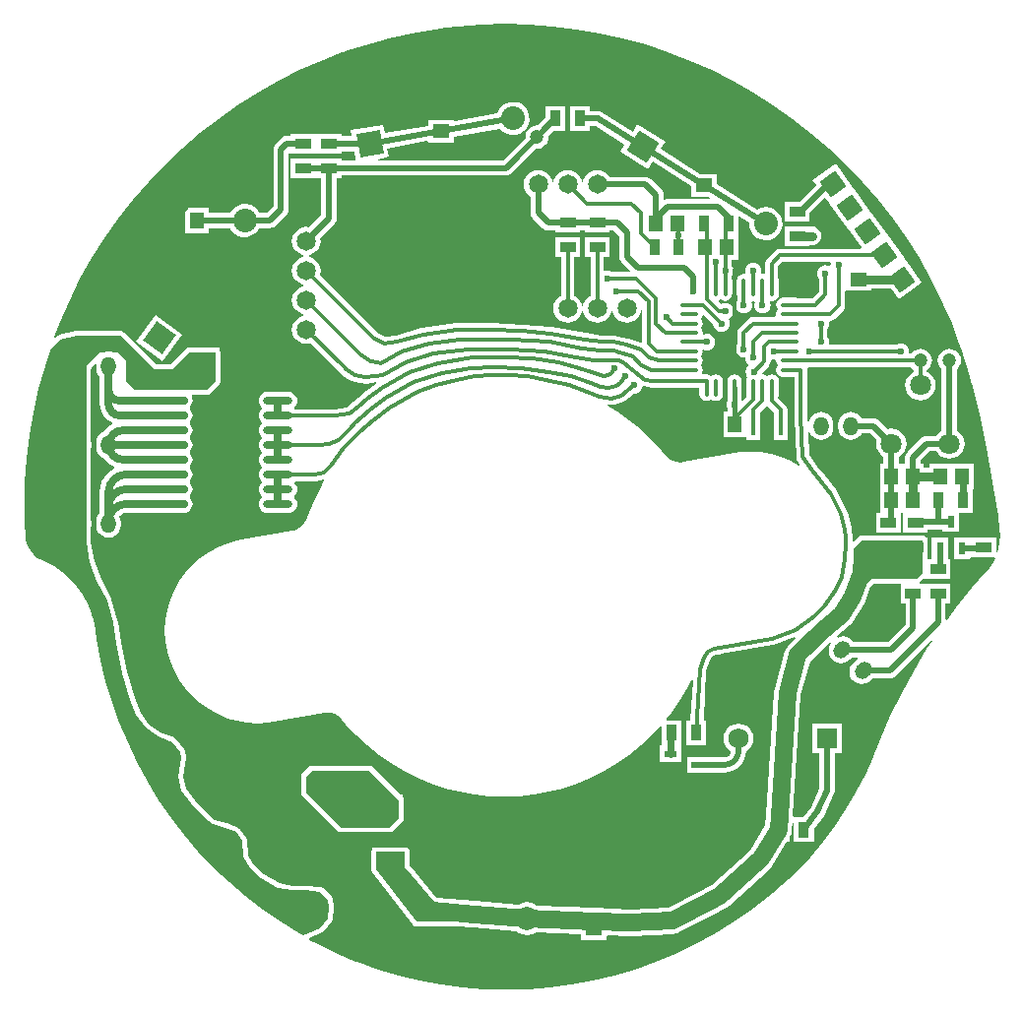
<source format=gtl>
G04 Layer_Physical_Order=1*
G04 Layer_Color=255*
%FSTAX24Y24*%
%MOIN*%
G70*
G01*
G75*
%ADD10C,0.0354*%
%ADD11C,0.0197*%
%ADD12C,0.0276*%
%ADD13C,0.0118*%
%ADD14R,0.0453X0.0551*%
%ADD15R,0.0532X0.0354*%
%ADD16R,0.0354X0.0532*%
%ADD17R,0.0551X0.0453*%
%ADD18O,0.0984X0.0276*%
%ADD19R,0.0157X0.0748*%
%ADD20O,0.0591X0.0157*%
%ADD21O,0.0157X0.0591*%
%ADD22C,0.0472*%
%ADD23R,0.0394X0.0236*%
%ADD24R,0.2362X0.2205*%
%ADD25R,0.0709X0.0394*%
%ADD26R,0.0236X0.0394*%
%ADD27C,0.0591*%
%ADD28C,0.0157*%
%ADD29C,0.0217*%
%ADD30C,0.0315*%
%ADD31C,0.0236*%
%ADD32C,0.0394*%
%ADD33O,0.0512X0.0630*%
G04:AMPARAMS|DCode=34|XSize=63mil|YSize=51.2mil|CornerRadius=0mil|HoleSize=0mil|Usage=FLASHONLY|Rotation=45.000|XOffset=0mil|YOffset=0mil|HoleType=Round|Shape=Round|*
%AMOVALD34*
21,1,0.0118,0.0512,0.0000,0.0000,45.0*
1,1,0.0512,-0.0042,-0.0042*
1,1,0.0512,0.0042,0.0042*
%
%ADD34OVALD34*%

G04:AMPARAMS|DCode=35|XSize=63mil|YSize=51.2mil|CornerRadius=0mil|HoleSize=0mil|Usage=FLASHONLY|Rotation=315.000|XOffset=0mil|YOffset=0mil|HoleType=Round|Shape=Round|*
%AMOVALD35*
21,1,0.0118,0.0512,0.0000,0.0000,315.0*
1,1,0.0512,-0.0042,0.0042*
1,1,0.0512,0.0042,-0.0042*
%
%ADD35OVALD35*%

%ADD36C,0.0650*%
%ADD37C,0.1575*%
%ADD38P,0.0919X4X81.0*%
%ADD39C,0.0709*%
%ADD40P,0.1131X4X325.0*%
%ADD41C,0.0800*%
%ADD42P,0.1131X4X283.0*%
%ADD43P,0.1131X4X369.0*%
%ADD44C,0.3150*%
%ADD45C,0.0787*%
%ADD46R,0.0689X0.0689*%
%ADD47C,0.0689*%
%ADD48C,0.0236*%
%ADD49C,0.0394*%
G36*
X184164Y161171D02*
X184963Y161113D01*
X185759Y161014D01*
X186548Y160877D01*
X18733Y160702D01*
X188103Y160488D01*
X188864Y160237D01*
X189612Y159948D01*
X190345Y159623D01*
X191061Y159263D01*
X191758Y158868D01*
X192435Y158439D01*
X193091Y157977D01*
X193723Y157484D01*
X194329Y156961D01*
X19491Y156408D01*
X195463Y155827D01*
X195986Y155221D01*
X196479Y154589D01*
X196941Y153933D01*
X19737Y153256D01*
X197765Y152559D01*
X198125Y151843D01*
X198289Y151474D01*
X198289Y151474D01*
X198442Y151129D01*
X198731Y15038D01*
X198849Y150023D01*
X198849Y150023D01*
X198864Y149976D01*
X198984Y149612D01*
X199121Y149118D01*
X199134Y149072D01*
X199149Y149024D01*
X199412Y147977D01*
X199659Y146833D01*
X199868Y145681D01*
X20004Y144523D01*
X200093Y144064D01*
X200093D01*
X200095Y144062D01*
X200109Y143854D01*
X200094Y143621D01*
X200048Y143392D01*
X200019Y143306D01*
X199969Y143315D01*
Y14381D01*
X199122D01*
Y14381D01*
X199093Y143789D01*
X198542D01*
Y14308D01*
X199093D01*
Y143103D01*
X199122Y143141D01*
X199911D01*
X199937Y143099D01*
X19987Y142962D01*
X19974Y142768D01*
X199644Y142659D01*
X199646Y142657D01*
X199157Y142099D01*
X198619Y141429D01*
X198309Y141006D01*
X198262Y141022D01*
Y141563D01*
X198427D01*
Y142232D01*
X19739D01*
X197375Y142282D01*
X197396Y142296D01*
X197396Y142296D01*
X19749Y14239D01*
X198427D01*
Y143059D01*
X198386D01*
X198345Y14308D01*
Y143789D01*
X197794D01*
Y14308D01*
X197753Y143059D01*
X19764D01*
Y143141D01*
X197665D01*
Y14381D01*
X197609D01*
X197601Y143822D01*
X197549Y143857D01*
X197488Y143869D01*
X197488Y143869D01*
X195432D01*
X195432Y143869D01*
X19537Y143857D01*
X195318Y143822D01*
X195318Y143822D01*
X195161Y143665D01*
X195115Y143685D01*
Y143787D01*
X195113Y143799D01*
X195114Y143812D01*
X195083Y144091D01*
X195078Y144106D01*
X195077Y144122D01*
X194937Y144669D01*
X194927Y14469D01*
X19492Y144713D01*
X194585Y145382D01*
X19457Y145401D01*
X19456Y145421D01*
X19407Y146032D01*
X194064Y146036D01*
X194061Y146043D01*
X19391Y146207D01*
X193642Y146597D01*
X193609Y147373D01*
X193658Y147384D01*
X193686Y147317D01*
X193753Y14723D01*
X193839Y147164D01*
X193939Y147123D01*
X194047Y147108D01*
X194155Y147123D01*
X194256Y147164D01*
X194342Y14723D01*
X194408Y147317D01*
X19445Y147417D01*
X194464Y147525D01*
Y147643D01*
X19445Y147751D01*
X194408Y147852D01*
X194342Y147938D01*
X194256Y148004D01*
X194155Y148046D01*
X194047Y14806D01*
X193939Y148046D01*
X193839Y148004D01*
X193753Y147938D01*
X193686Y147852D01*
X193645Y147751D01*
X193643Y147741D01*
X193593Y147743D01*
X193585Y147926D01*
Y149476D01*
X193577Y14952D01*
X193618Y14957D01*
X19708D01*
X197126Y14951D01*
X197186Y149464D01*
Y149417D01*
X197149Y149401D01*
X197042Y149319D01*
X19696Y149212D01*
X196909Y149088D01*
X196891Y148954D01*
X196909Y148821D01*
X19696Y148696D01*
X197042Y148589D01*
X197149Y148507D01*
X197274Y148456D01*
X197407Y148438D01*
X197541Y148456D01*
X197665Y148507D01*
X197772Y148589D01*
X197854Y148696D01*
X197906Y148821D01*
X197923Y148954D01*
X197906Y149088D01*
X197854Y149212D01*
X197772Y149319D01*
X197665Y149401D01*
X197628Y149417D01*
Y149464D01*
X197688Y14951D01*
X197751Y149593D01*
X197791Y149688D01*
X197804Y149791D01*
X197791Y149894D01*
X197751Y14999D01*
X197688Y150072D01*
X197606Y150135D01*
X19751Y150175D01*
X197407Y150188D01*
X197304Y150175D01*
X197209Y150135D01*
X197126Y150072D01*
X197096Y150032D01*
X197052Y150032D01*
X197017Y150074D01*
X197022Y150106D01*
X197012Y150178D01*
X196985Y150245D01*
X19694Y150303D01*
X196883Y150347D01*
X196816Y150375D01*
X196744Y150384D01*
X196672Y150375D01*
X196605Y150347D01*
X196579Y150327D01*
X194356D01*
X19432Y150377D01*
X194325Y150421D01*
X194316Y150493D01*
X194288Y15056D01*
X194268Y150586D01*
Y150886D01*
X194288Y150912D01*
X194316Y150979D01*
X194325Y151051D01*
X19432Y151095D01*
X194351Y151142D01*
X19436Y151146D01*
X194438Y151162D01*
X19451Y15121D01*
X194803Y151503D01*
X19485Y151574D01*
X194867Y151659D01*
Y152119D01*
X19488Y152163D01*
X195746D01*
Y152229D01*
X196422D01*
X19668Y151873D01*
X197461Y15244D01*
X196903Y153209D01*
X196894Y153221D01*
X196844Y15329D01*
X196306Y15403D01*
X196306Y15403D01*
X195727Y154827D01*
X195718Y154839D01*
X195689Y154879D01*
X195139Y155636D01*
X19511Y155676D01*
X195101Y155688D01*
X194543Y156457D01*
X193762Y15589D01*
X193872Y155738D01*
X193311Y155177D01*
X192816D01*
Y154508D01*
X193662D01*
Y154798D01*
X194152Y155288D01*
X194202Y155284D01*
X19432Y155121D01*
X19435Y155081D01*
X194359Y155069D01*
X194908Y154312D01*
X194938Y154272D01*
X194946Y15426D01*
X19541Y153621D01*
X195387Y153577D01*
X19265D01*
X192566Y15356D01*
X192494Y153512D01*
X192224Y153242D01*
X192176Y15317D01*
X19216Y153086D01*
Y152766D01*
X19211Y152725D01*
X192065Y152734D01*
X19205Y152731D01*
X192034Y152751D01*
X19202Y152775D01*
X192028Y152842D01*
X192019Y152914D01*
X191991Y152981D01*
X191947Y153039D01*
X191889Y153083D01*
X191822Y153111D01*
X19175Y15312D01*
X191679Y153111D01*
X191611Y153083D01*
X191554Y153039D01*
X19151Y152981D01*
X191482Y152914D01*
X191472Y152842D01*
X191481Y152775D01*
X191467Y152751D01*
X191451Y152731D01*
X191435Y152734D01*
X191343Y152715D01*
X191265Y152663D01*
X191213Y152585D01*
X191195Y152493D01*
Y15206D01*
X191213Y151967D01*
X191215Y151965D01*
Y151846D01*
X191195Y15182D01*
X191167Y151753D01*
X191158Y151681D01*
X191167Y151609D01*
X191195Y151542D01*
X191239Y151484D01*
X191296Y15144D01*
X191364Y151412D01*
X191435Y151403D01*
X191507Y151412D01*
X191574Y15144D01*
X191632Y151484D01*
X191676Y151542D01*
X191704Y151609D01*
X191713Y151681D01*
X191704Y151753D01*
X191693Y151779D01*
X191725Y151818D01*
X191776Y151818D01*
X191808Y151779D01*
X191797Y151753D01*
X191787Y151681D01*
X191797Y151609D01*
X191825Y151542D01*
X191869Y151484D01*
X191926Y15144D01*
X191993Y151412D01*
X192065Y151403D01*
X192137Y151412D01*
X192204Y15144D01*
X192262Y151484D01*
X192306Y151542D01*
X192334Y151609D01*
X192343Y151681D01*
X192334Y151753D01*
X192323Y151779D01*
X192359Y151823D01*
X19238Y151819D01*
X192473Y151837D01*
X192551Y151889D01*
X192603Y151967D01*
X192621Y15206D01*
Y152493D01*
X192603Y152585D01*
X192601Y152588D01*
Y152995D01*
X192742Y153135D01*
X194339D01*
X194375Y153085D01*
X194368Y153039D01*
X194371Y153016D01*
X194346Y152996D01*
X194325Y152987D01*
X194264Y153012D01*
X194192Y153022D01*
X19412Y153012D01*
X194053Y152985D01*
X193995Y15294D01*
X193951Y152883D01*
X193923Y152816D01*
X193914Y152744D01*
X193923Y152672D01*
X193951Y152605D01*
X193971Y152579D01*
Y152113D01*
X19376Y151902D01*
X193287D01*
X193284Y151903D01*
X193192Y151922D01*
X192759D01*
X192667Y151903D01*
X192589Y151851D01*
X192537Y151773D01*
X192518Y151681D01*
X192537Y151589D01*
X19258Y151523D01*
X192537Y151458D01*
X192518Y151366D01*
X192527Y151322D01*
X192486Y151272D01*
X19175D01*
X191666Y151255D01*
X191594Y151207D01*
X191279Y150892D01*
X191231Y15082D01*
X191215Y150736D01*
Y15035D01*
X191195Y150324D01*
X191167Y150257D01*
X191158Y150185D01*
X191167Y150113D01*
X191195Y150046D01*
X191239Y149988D01*
X191296Y149944D01*
X191364Y149916D01*
X191435Y149907D01*
X191453Y149909D01*
X191472Y14989D01*
X191482Y149818D01*
X19151Y149751D01*
X191554Y149693D01*
X191574Y149677D01*
Y149614D01*
X191574Y149614D01*
X191529Y149556D01*
X191502Y149489D01*
X191492Y149417D01*
X191502Y149345D01*
X191529Y149278D01*
X19156Y149238D01*
X191528Y149189D01*
X19151Y149097D01*
Y148664D01*
X191528Y148572D01*
X19153Y148569D01*
Y148564D01*
X19141Y148444D01*
X191393Y148447D01*
X191361Y148466D01*
Y148881D01*
Y149097D01*
X191343Y149189D01*
X191291Y149268D01*
X191213Y14932D01*
X191121Y149338D01*
X191028Y14932D01*
X19095Y149268D01*
X190898Y149189D01*
X19088Y149097D01*
Y148881D01*
Y148453D01*
X190852Y148387D01*
X190843Y148315D01*
X190852Y148243D01*
X19088Y148176D01*
Y148059D01*
X190737D01*
Y147193D01*
X191504D01*
X191514Y147147D01*
Y147094D01*
X191987D01*
Y148048D01*
X192189Y148251D01*
X192223Y148282D01*
X192256Y148251D01*
X192459Y148048D01*
Y147094D01*
X192932D01*
Y148157D01*
X19291D01*
X192899Y148209D01*
X192851Y148281D01*
X192601Y148531D01*
Y148569D01*
X192603Y148572D01*
X192621Y148664D01*
Y149097D01*
X192603Y149189D01*
X192551Y149268D01*
X192473Y14932D01*
X19238Y149338D01*
X192288Y14932D01*
X192223Y149276D01*
X192158Y14932D01*
X192085Y149334D01*
X192067Y149338D01*
X192063Y149348D01*
X192052Y149386D01*
X192283Y149618D01*
X192331Y14969D01*
X192348Y149774D01*
Y149807D01*
X192398Y149836D01*
X192459Y149828D01*
X192485Y149831D01*
X192519Y149795D01*
X192518Y149791D01*
X192537Y149699D01*
X19258Y149634D01*
X192537Y149568D01*
X192518Y149476D01*
X192537Y149384D01*
X192589Y149306D01*
X192667Y149254D01*
X192759Y149235D01*
X193144D01*
Y147921D01*
X193145Y147916D01*
X193144Y147912D01*
X193203Y146515D01*
X193207Y146497D01*
X193208Y146478D01*
X193218Y146455D01*
X193223Y146431D01*
X193234Y146416D01*
X193242Y146399D01*
X193321Y146285D01*
X193286Y146246D01*
X193013Y146397D01*
X192688Y146532D01*
X19235Y146629D01*
X192002Y146688D01*
X191651Y146708D01*
X191299Y146688D01*
X191128Y146659D01*
X19111Y14666D01*
X189376Y146356D01*
X189375Y146356D01*
X189272Y146346D01*
X189155Y146358D01*
X189042Y146392D01*
X188937Y146448D01*
X188846Y146523D01*
X188807Y146571D01*
X188807Y146571D01*
X188772Y146606D01*
X188661Y146743D01*
X188317Y147113D01*
X187947Y147457D01*
X187554Y147774D01*
X187139Y148062D01*
X186809Y148258D01*
X186826Y148306D01*
X186933Y148289D01*
X186943Y14829D01*
X186952Y148287D01*
X186985Y148292D01*
X187019Y148293D01*
X187028Y148297D01*
X187038Y148298D01*
X187353Y148405D01*
X187385Y148424D01*
X187418Y14844D01*
X187719Y148677D01*
X187787Y148686D01*
X187854Y148713D01*
X187912Y148758D01*
X187956Y148815D01*
X187983Y148882D01*
X187987Y148909D01*
X188011Y148922D01*
X18804Y148931D01*
X188305Y148885D01*
X188324Y148885D01*
X188343Y148881D01*
X189935D01*
Y148664D01*
X189953Y148572D01*
X190005Y148494D01*
X190083Y148442D01*
X190176Y148423D01*
X190268Y148442D01*
X190333Y148485D01*
X190398Y148442D01*
X190491Y148423D01*
X190583Y148442D01*
X190661Y148494D01*
X190713Y148572D01*
X190731Y148664D01*
Y149097D01*
X190713Y149189D01*
X190661Y149268D01*
X190583Y14932D01*
X190491Y149338D01*
X190398Y14932D01*
X190333Y149276D01*
X190268Y14932D01*
X190176Y149338D01*
X190099Y149323D01*
X190032D01*
X190008Y149367D01*
X190019Y149384D01*
X190038Y149476D01*
X190019Y149568D01*
X189976Y149634D01*
X190019Y149699D01*
X190038Y149791D01*
X190019Y149883D01*
X189976Y149949D01*
X190019Y150014D01*
X190038Y150106D01*
X190033Y150129D01*
X190077Y150165D01*
X190108Y150153D01*
X19018Y150143D01*
X190252Y150153D01*
X190319Y15018D01*
X190376Y150224D01*
X19042Y150282D01*
X190448Y150349D01*
X190458Y150421D01*
X190448Y150493D01*
X19042Y15056D01*
X190376Y150618D01*
X190319Y150662D01*
X190252Y15069D01*
X19018Y150699D01*
X190108Y15069D01*
X190077Y150677D01*
X190033Y150713D01*
X190038Y150736D01*
X190019Y150828D01*
X189976Y150893D01*
X190019Y150959D01*
X190038Y151051D01*
X190019Y151143D01*
X189976Y151208D01*
X190019Y151274D01*
X190027Y151314D01*
X190082Y15133D01*
X1904Y151011D01*
X190405Y150979D01*
X190432Y150912D01*
X190477Y150854D01*
X190534Y15081D01*
X190601Y150782D01*
X190673Y150773D01*
X190745Y150782D01*
X190812Y15081D01*
X19087Y150854D01*
X190914Y150912D01*
X190942Y150979D01*
X190951Y151051D01*
X190942Y151123D01*
X190914Y15119D01*
X19092Y151213D01*
X190945Y151224D01*
X191002Y151268D01*
X191046Y151325D01*
X191074Y151392D01*
X191084Y151464D01*
X191074Y151536D01*
X191046Y151603D01*
X191002Y151661D01*
X190945Y151705D01*
X190877Y151733D01*
X190806Y151742D01*
X190734Y151733D01*
X190667Y151705D01*
X190666Y151704D01*
X190581Y15179D01*
X190595Y151846D01*
X190648Y151881D01*
X190713Y151837D01*
X190806Y151819D01*
X190898Y151837D01*
X190976Y151889D01*
X191028Y151967D01*
X191046Y15206D01*
Y152493D01*
X191028Y152585D01*
X191026Y152588D01*
Y152677D01*
X191046Y152703D01*
X191074Y15277D01*
X191084Y152842D01*
X191074Y152914D01*
X191046Y152981D01*
X191026Y153007D01*
Y153197D01*
X191239D01*
Y154006D01*
Y154661D01*
X191282Y154685D01*
X191621Y154473D01*
X191617Y154449D01*
X191631Y154303D01*
X191683Y154165D01*
X191768Y154046D01*
X191881Y153952D01*
X192015Y153891D01*
X19216Y153867D01*
X192306Y153881D01*
X192443Y153933D01*
X192563Y154018D01*
X192656Y154131D01*
X192717Y154265D01*
X192741Y15441D01*
X192727Y154556D01*
X192676Y154693D01*
X192591Y154813D01*
X192477Y154906D01*
X192344Y154967D01*
X192199Y154991D01*
X192053Y154977D01*
X191915Y154926D01*
X191895Y154911D01*
X190526Y155766D01*
Y156117D01*
X189966D01*
X188617Y15696D01*
X188775Y157214D01*
X18783Y157804D01*
X187671Y15755D01*
X186612Y158212D01*
X186608Y158214D01*
X186605Y158217D01*
X186578Y158228D01*
X186551Y15824D01*
X186547Y158241D01*
X186542Y158242D01*
X186513Y158246D01*
X186485Y158251D01*
X18648Y158251D01*
X186476Y158251D01*
X186219D01*
Y158417D01*
X18555D01*
Y15757D01*
X186219D01*
Y157735D01*
X186402D01*
X187398Y157113D01*
X187239Y156859D01*
X188185Y156268D01*
X188343Y156522D01*
X18966Y155699D01*
Y155349D01*
X19022D01*
X190276Y155314D01*
X190263Y155266D01*
X188864D01*
X188798Y155257D01*
X188761Y155242D01*
X188711Y155272D01*
Y155404D01*
X188703Y155471D01*
X188677Y155533D01*
X188636Y155587D01*
X188278Y155945D01*
X188224Y155986D01*
X188162Y156011D01*
X188095Y15602D01*
X186881D01*
X186815Y156106D01*
X186714Y156184D01*
X186597Y156232D01*
X186471Y156249D01*
X186345Y156232D01*
X186228Y156184D01*
X186127Y156106D01*
X186049Y156005D01*
X186001Y155888D01*
X185996Y155852D01*
X185946D01*
X185941Y155888D01*
X185892Y156005D01*
X185815Y156106D01*
X185714Y156184D01*
X185597Y156232D01*
X185471Y156249D01*
X185345Y156232D01*
X185228Y156184D01*
X185127Y156106D01*
X185049Y156005D01*
X185001Y155888D01*
X184996Y155852D01*
X184946D01*
X184941Y155888D01*
X184892Y156005D01*
X184815Y156106D01*
X184714Y156184D01*
X184597Y156232D01*
X184471Y156249D01*
X184345Y156232D01*
X184228Y156184D01*
X184127Y156106D01*
X184049Y156005D01*
X184001Y155888D01*
X183984Y155762D01*
X184001Y155636D01*
X184049Y155519D01*
X184127Y155418D01*
X184213Y155352D01*
Y154787D01*
X184222Y15472D01*
X184247Y154658D01*
X184288Y154605D01*
X184619Y154274D01*
X184673Y154233D01*
X184735Y154207D01*
X184802Y154198D01*
X185048D01*
Y154122D01*
X185894D01*
Y154198D01*
X186048D01*
Y154122D01*
X186894D01*
Y154198D01*
X187029D01*
X187213Y154015D01*
Y15332D01*
X187222Y153253D01*
X187247Y153191D01*
X187288Y153138D01*
X187592Y152834D01*
X187573Y152787D01*
X186974D01*
X186948Y152807D01*
X186881Y152835D01*
X186809Y152845D01*
X186742Y152836D01*
X186727Y152838D01*
X186692Y152861D01*
Y153295D01*
X186894D01*
Y153964D01*
X186048D01*
Y153295D01*
X18625D01*
Y151994D01*
X186228Y151984D01*
X186127Y151907D01*
X186049Y151806D01*
X186001Y151689D01*
X185996Y151653D01*
X185946D01*
X185941Y151689D01*
X185892Y151806D01*
X185815Y151907D01*
X185714Y151984D01*
X185692Y151994D01*
Y153295D01*
X185894D01*
Y153964D01*
X185048D01*
Y153295D01*
X18525D01*
Y151994D01*
X185228Y151984D01*
X185127Y151907D01*
X185049Y151806D01*
X185001Y151689D01*
X184984Y151563D01*
X185001Y151437D01*
X185049Y151319D01*
X185127Y151219D01*
X185228Y151141D01*
X185345Y151093D01*
X185471Y151076D01*
X185597Y151093D01*
X185714Y151141D01*
X185815Y151219D01*
X185892Y151319D01*
X185941Y151437D01*
X185946Y151473D01*
X185996D01*
X186001Y151437D01*
X186049Y151319D01*
X186127Y151219D01*
X186228Y151141D01*
X186345Y151093D01*
X186471Y151076D01*
X186597Y151093D01*
X186714Y151141D01*
X186815Y151219D01*
X186892Y151319D01*
X186941Y151437D01*
X186946Y151473D01*
X186996D01*
X187001Y151437D01*
X187049Y151319D01*
X187127Y151219D01*
X187228Y151141D01*
X187345Y151093D01*
X187471Y151076D01*
X187597Y151093D01*
X187714Y151141D01*
X187815Y151219D01*
X187892Y151319D01*
X187941Y151437D01*
X187948Y151493D01*
X187998Y15149D01*
Y150422D01*
X187958Y150392D01*
X187505Y150533D01*
X187499Y150534D01*
X187493Y150537D01*
X18706Y150646D01*
X187033Y150647D01*
X187006Y150652D01*
X186627D01*
X186095Y150722D01*
X184919Y150934D01*
X184909Y150933D01*
X184899Y150936D01*
X183954Y151015D01*
X18395Y151015D01*
X183945Y151016D01*
X182882Y151063D01*
X182877Y151062D01*
X182872Y151063D01*
X181731D01*
X181716Y15106D01*
X181701Y151061D01*
X180559Y150905D01*
X180544Y1509D01*
X180528Y150899D01*
X179638Y150641D01*
X179293Y150595D01*
X17903Y150738D01*
X177079Y152693D01*
X177088Y152716D01*
X177105Y152842D01*
X177088Y152968D01*
X17704Y153086D01*
X176962Y153186D01*
X176862Y153264D01*
X176744Y153312D01*
X176708Y153317D01*
Y153367D01*
X176744Y153372D01*
X176862Y153421D01*
X176962Y153498D01*
X17704Y153599D01*
X177088Y153716D01*
X177105Y153842D01*
X177091Y15395D01*
X177574Y154433D01*
X177615Y154487D01*
X177641Y154549D01*
X17765Y154616D01*
Y155978D01*
X177815D01*
Y156054D01*
X183376D01*
X183443Y156063D01*
X183506Y156089D01*
X183559Y15613D01*
X184406Y156976D01*
X184434Y156973D01*
X184537Y156986D01*
X184633Y157026D01*
X184715Y157089D01*
X184778Y157171D01*
X184818Y157267D01*
X184831Y15737D01*
X184827Y157398D01*
X184999Y15757D01*
X185392D01*
Y158417D01*
X184723D01*
Y158024D01*
X184462Y157763D01*
X184434Y157767D01*
X184331Y157753D01*
X184236Y157714D01*
X184153Y157651D01*
X18409Y157568D01*
X184051Y157473D01*
X184037Y15737D01*
X184041Y157341D01*
X18327Y15657D01*
X179041D01*
X179036Y15662D01*
X179414Y156687D01*
X179362Y156982D01*
X18072Y157221D01*
X180758Y157189D01*
Y157182D01*
X181624D01*
Y15738D01*
X183169Y157653D01*
X183183Y157632D01*
X183291Y157533D01*
X183421Y157465D01*
X183564Y157433D01*
X183711Y15744D01*
X183851Y157484D01*
X183975Y157563D01*
X184074Y157671D01*
X184142Y157801D01*
X184174Y157944D01*
X184167Y158091D01*
X184123Y158231D01*
X184044Y158355D01*
X183936Y158454D01*
X183806Y158522D01*
X183662Y158553D01*
X183516Y158547D01*
X183376Y158503D01*
X183252Y158424D01*
X183153Y158316D01*
X183085Y158186D01*
X18308Y158161D01*
X181662Y157911D01*
X181624Y157943D01*
Y15795D01*
X180758D01*
Y157752D01*
X179273Y15749D01*
X179221Y157785D01*
X178123Y157591D01*
X17815Y157435D01*
X178118Y157397D01*
X177815D01*
Y157474D01*
X176987D01*
X176937Y157474D01*
X176918Y157474D01*
X176091D01*
Y157397D01*
X175956D01*
X175889Y157388D01*
X175827Y157363D01*
X175774Y157321D01*
X175585Y157133D01*
X175544Y157079D01*
X175518Y157017D01*
X175509Y15695D01*
Y155016D01*
X175291Y154798D01*
X175032D01*
X174974Y154894D01*
X174867Y154995D01*
X174738Y155065D01*
X174596Y155099D01*
X174449Y155095D01*
X174308Y155053D01*
X174183Y154977D01*
X174082Y15487D01*
X174043Y154798D01*
X173303D01*
Y154973D01*
X172535D01*
Y154107D01*
X173303D01*
Y154282D01*
X174041D01*
X1741Y154186D01*
X174206Y154085D01*
X174335Y154015D01*
X174478Y153981D01*
X174625Y153984D01*
X174766Y154026D01*
X174891Y154103D01*
X174992Y154209D01*
X175031Y154282D01*
X175398D01*
X175465Y154291D01*
X175527Y154316D01*
X17558Y154357D01*
X17595Y154727D01*
X175991Y15478D01*
X176017Y154842D01*
X176025Y154909D01*
Y156811D01*
X176041Y156822D01*
X176091Y156804D01*
Y156804D01*
X176918D01*
X176968Y156804D01*
X176987Y156804D01*
X177815D01*
Y156881D01*
X178248D01*
X178296Y156609D01*
X178264Y15657D01*
X177815D01*
Y156647D01*
X176968D01*
Y156647D01*
X176937D01*
Y156647D01*
X176091D01*
Y155978D01*
X176937D01*
Y155978D01*
X176968D01*
Y155978D01*
X177133D01*
Y154722D01*
X176726Y154315D01*
X176618Y154329D01*
X176492Y154312D01*
X176375Y154264D01*
X176274Y154186D01*
X176197Y154086D01*
X176148Y153968D01*
X176132Y153842D01*
X176148Y153716D01*
X176197Y153599D01*
X176274Y153498D01*
X176375Y153421D01*
X176492Y153372D01*
X176528Y153367D01*
Y153317D01*
X176492Y153312D01*
X176375Y153264D01*
X176274Y153186D01*
X176197Y153086D01*
X176148Y152968D01*
X176132Y152842D01*
X176148Y152716D01*
X176197Y152599D01*
X176274Y152498D01*
X176375Y152421D01*
X176492Y152372D01*
X176528Y152367D01*
Y152317D01*
X176492Y152312D01*
X176375Y152264D01*
X176274Y152186D01*
X176197Y152086D01*
X176148Y151968D01*
X176132Y151842D01*
X176148Y151716D01*
X176197Y151599D01*
X176274Y151498D01*
X176375Y151421D01*
X176492Y151372D01*
X176528Y151367D01*
Y151317D01*
X176492Y151312D01*
X176375Y151264D01*
X176274Y151186D01*
X176197Y151086D01*
X176148Y150968D01*
X176132Y150842D01*
X176148Y150716D01*
X176197Y150599D01*
X176274Y150498D01*
X176375Y150421D01*
X176492Y150372D01*
X176618Y150356D01*
X176744Y150372D01*
X176767Y150382D01*
X177783Y149365D01*
X177787Y149363D01*
X177929Y149241D01*
X178092Y149141D01*
X178269Y149068D01*
X178456Y149023D01*
X178646Y149008D01*
X178646Y149008D01*
X178679Y14901D01*
X178695Y149012D01*
X178695Y149012D01*
Y149012D01*
X178695Y149012D01*
X17898Y149055D01*
X179Y149007D01*
X178568Y14869D01*
X178561Y148683D01*
X178552Y148677D01*
X178231Y148392D01*
X177983Y148209D01*
X17758Y148142D01*
X176219Y148153D01*
X176208Y148162D01*
Y148212D01*
X176226Y148226D01*
X176274Y148288D01*
X176303Y14836D01*
X176314Y148437D01*
X176303Y148514D01*
X176274Y148586D01*
X176226Y148647D01*
X176165Y148695D01*
X176093Y148724D01*
X176016Y148735D01*
X175307D01*
X17523Y148724D01*
X175158Y148695D01*
X175097Y148647D01*
X175049Y148586D01*
X175019Y148514D01*
X175009Y148437D01*
X175019Y14836D01*
X175049Y148288D01*
X175097Y148226D01*
X175115Y148212D01*
Y148162D01*
X175097Y148147D01*
X175049Y148086D01*
X175019Y148014D01*
X175009Y147937D01*
X175019Y14786D01*
X175049Y147788D01*
X175097Y147726D01*
X175115Y147712D01*
Y147662D01*
X175097Y147647D01*
X175049Y147586D01*
X175019Y147514D01*
X175009Y147437D01*
X175019Y14736D01*
X175049Y147288D01*
X175097Y147226D01*
X175115Y147212D01*
Y147162D01*
X175097Y147147D01*
X175049Y147086D01*
X175019Y147014D01*
X175009Y146937D01*
X175019Y14686D01*
X175049Y146788D01*
X175097Y146726D01*
X175115Y146712D01*
Y146662D01*
X175097Y146647D01*
X175049Y146586D01*
X175019Y146514D01*
X175009Y146437D01*
X175019Y14636D01*
X175049Y146288D01*
X175097Y146226D01*
X175115Y146212D01*
Y146162D01*
X175097Y146147D01*
X175049Y146086D01*
X175019Y146014D01*
X175009Y145937D01*
X175019Y14586D01*
X175049Y145788D01*
X175097Y145726D01*
X175115Y145712D01*
Y145662D01*
X175097Y145647D01*
X175049Y145586D01*
X175019Y145514D01*
X175009Y145437D01*
X175019Y14536D01*
X175049Y145288D01*
X175097Y145226D01*
X175115Y145212D01*
Y145162D01*
X175097Y145147D01*
X175049Y145086D01*
X175019Y145014D01*
X175009Y144937D01*
X175019Y14486D01*
X175049Y144788D01*
X175097Y144726D01*
X175158Y144679D01*
X17523Y144649D01*
X175307Y144639D01*
X176016D01*
X176093Y144649D01*
X176165Y144679D01*
X176226Y144726D01*
X176274Y144788D01*
X176303Y14486D01*
X176314Y144937D01*
X176303Y145014D01*
X176274Y145086D01*
X176226Y145147D01*
X176208Y145162D01*
Y145212D01*
X176226Y145226D01*
X176274Y145288D01*
X176303Y14536D01*
X176314Y145437D01*
X176303Y145514D01*
X176274Y145586D01*
X176226Y145647D01*
X176237Y145702D01*
X176251Y145716D01*
X176902D01*
X176922Y14572D01*
X176942Y14572D01*
X177202Y145767D01*
X177233Y145722D01*
X177102Y1455D01*
X176876Y145049D01*
X176682Y144582D01*
X17665Y144486D01*
X176631Y14444D01*
D01*
X176614Y144393D01*
X176565Y144303D01*
X17649Y144211D01*
X176399Y144136D01*
X176295Y144081D01*
X176182Y144046D01*
X17617Y144045D01*
X176168Y144045D01*
X174434Y143742D01*
X174418Y143735D01*
X174276Y143711D01*
X173938Y143614D01*
X173613Y143479D01*
X173304Y143309D01*
X173017Y143105D01*
X172755Y14287D01*
X17252Y142608D01*
X172316Y142321D01*
X172146Y142012D01*
X172011Y141687D01*
X171914Y141349D01*
X171855Y141001D01*
X171835Y14065D01*
X171855Y140298D01*
X171914Y139951D01*
X172011Y139613D01*
X172146Y139287D01*
X172316Y138979D01*
X17252Y138692D01*
X172755Y138429D01*
X173017Y138195D01*
X173304Y137991D01*
X173613Y137821D01*
X173938Y137686D01*
X174276Y137588D01*
X174623Y137529D01*
X174975Y13751D01*
X175327Y137529D01*
X175498Y137558D01*
X175516Y137558D01*
X17725Y137861D01*
X177251Y137862D01*
X177354Y137872D01*
X177471Y13786D01*
X177584Y137826D01*
X177688Y13777D01*
X17778Y137695D01*
X177819Y137647D01*
X177819Y137647D01*
X177854Y137612D01*
X177965Y137475D01*
X178309Y137105D01*
X178679Y136761D01*
X179072Y136444D01*
X179487Y136156D01*
X179921Y135898D01*
X180373Y135672D01*
X18084Y135478D01*
X181319Y135319D01*
X181809Y135194D01*
X182306Y135104D01*
X182808Y13505D01*
X183313Y135032D01*
X183818Y13505D01*
X18432Y135104D01*
X184817Y135194D01*
X185307Y135319D01*
X185786Y135478D01*
X186253Y135672D01*
X186704Y135898D01*
X187139Y136156D01*
X187554Y136444D01*
X187947Y136761D01*
X188317Y137105D01*
X188613Y137423D01*
X18866Y137405D01*
Y136769D01*
X188614Y13676D01*
X188599D01*
Y136208D01*
X188936D01*
X188954Y136206D01*
X188972Y136208D01*
X189308D01*
Y13676D01*
X189329Y136769D01*
Y137616D01*
X188833D01*
X188811Y137661D01*
X188978Y137868D01*
X189266Y138283D01*
X189524Y138717D01*
X189655Y138979D01*
X189703Y138966D01*
X189625Y137616D01*
X189487D01*
Y136769D01*
X190156D01*
Y137616D01*
X190104D01*
X190069Y137652D01*
X190164Y139288D01*
X190287Y139652D01*
X190362Y139773D01*
X19047Y139833D01*
X190651Y139852D01*
X190658Y139854D01*
X190666Y139854D01*
X19242Y140159D01*
X192439Y140167D01*
X192459Y14017D01*
X193149Y140429D01*
X193176Y140386D01*
X19295Y140169D01*
X192948Y140167D01*
X192945Y140165D01*
X192911Y14012D01*
X192876Y140076D01*
X192874Y140073D01*
X192872Y140071D01*
X19285Y140019D01*
X192828Y139967D01*
X192827Y139964D01*
X192826Y139961D01*
X192472Y138672D01*
X192465Y138626D01*
X192456Y138581D01*
X192185Y134406D01*
X192162Y13406D01*
X19165Y133214D01*
X190366Y13204D01*
X189858Y131781D01*
X188886Y131285D01*
X187594Y131213D01*
X186385Y131263D01*
X18442Y131344D01*
X184371Y131382D01*
X184237Y131437D01*
X184093Y131456D01*
X183949Y131437D01*
X183815Y131382D01*
X183814Y131381D01*
X182358Y1315D01*
X181033Y131608D01*
X180319Y132472D01*
X180318Y132473D01*
X180317Y132474D01*
X18012Y132705D01*
Y133157D01*
X180107Y133219D01*
X180073Y133271D01*
X180021Y133306D01*
X179959Y133318D01*
X178975D01*
X178913Y133306D01*
X178911Y133304D01*
X178848D01*
Y133251D01*
X178827Y133219D01*
X178814Y133157D01*
Y132567D01*
X178818Y132546D01*
X17882Y132524D01*
X178825Y132515D01*
X178827Y132505D01*
X178838Y132487D01*
X178848Y132468D01*
X180226Y130693D01*
X180234Y130687D01*
X18024Y130678D01*
X180257Y130666D01*
X180273Y130652D01*
X180283Y130649D01*
X180292Y130643D01*
X180313Y130639D01*
X180333Y130633D01*
X180343Y130633D01*
X180353Y130631D01*
X181732Y130634D01*
X182284Y130589D01*
X183748Y13047D01*
X183815Y130419D01*
X183949Y130363D01*
X184093Y130344D01*
X184237Y130363D01*
X184371Y130419D01*
X184387Y130431D01*
X185924Y130368D01*
Y130185D01*
X18679D01*
Y130296D01*
X186826Y13033D01*
X187578Y130299D01*
X1876Y130301D01*
X187622Y1303D01*
X189033Y130378D01*
X189067Y130385D01*
X189102Y130388D01*
X189126Y130396D01*
X18915Y130401D01*
X189182Y130416D01*
X189215Y130428D01*
X190273Y130967D01*
X190836Y131254D01*
X190837Y131255D01*
X190839Y131256D01*
X190886Y131289D01*
X190934Y131322D01*
X190935Y131323D01*
X190937Y131324D01*
X192314Y132584D01*
X192318Y132588D01*
X192322Y132591D01*
X192356Y132634D01*
X192391Y132675D01*
X192394Y13268D01*
X192397Y132685D01*
X192888Y133496D01*
X192975D01*
Y133639D01*
X193001Y133682D01*
X193021Y133728D01*
X193043Y133772D01*
X193045Y133782D01*
X193049Y133791D01*
X193056Y13384D01*
X193066Y133889D01*
X193066Y133891D01*
X193066Y133891D01*
X193066Y133891D01*
X193082Y134138D01*
X193132Y134137D01*
Y133496D01*
X193802D01*
Y133933D01*
X194141Y134379D01*
X194155Y134404D01*
X194171Y134429D01*
X19449Y135138D01*
X194496Y135158D01*
X194504Y135177D01*
X194505Y13519D01*
X194509Y135202D01*
X19451Y135223D01*
X194512Y135244D01*
Y136494D01*
X194756D01*
Y137498D01*
X193752D01*
Y136494D01*
X193996D01*
Y135299D01*
X193712Y134668D01*
X193464Y134342D01*
X193146D01*
X193145Y134342D01*
X193098Y134378D01*
X193365Y138475D01*
X193673Y139597D01*
X19436Y140256D01*
X194398Y140222D01*
X19436Y140174D01*
X194319Y140073D01*
X194304Y139965D01*
X194319Y139857D01*
X19436Y139757D01*
X194426Y13967D01*
X194513Y139604D01*
X194613Y139562D01*
X194721Y139548D01*
X194829Y139562D01*
X19493Y139604D01*
X195016Y13967D01*
X195095Y139749D01*
X195284D01*
X195298Y139716D01*
X195298Y139699D01*
X195217Y139636D01*
X195134Y139553D01*
X195067Y139466D01*
X195026Y139366D01*
X195011Y139258D01*
X195026Y13915D01*
X195067Y13905D01*
X195134Y138963D01*
X19522Y138897D01*
X19532Y138855D01*
X195428Y138841D01*
X195536Y138855D01*
X195637Y138897D01*
X195723Y138963D01*
X195802Y139042D01*
X196377D01*
X196444Y13905D01*
X196506Y139076D01*
X19656Y139117D01*
X197794Y140352D01*
X197833Y14032D01*
X197633Y140021D01*
X197187Y139286D01*
X196773Y138532D01*
X196393Y137761D01*
X196047Y136974D01*
X195921Y136649D01*
X195899Y136605D01*
X195899Y136605D01*
X195812Y136379D01*
X195537Y135765D01*
X195228Y135167D01*
X194886Y134587D01*
X194512Y134027D01*
X194108Y133489D01*
X193673Y132975D01*
X193211Y132486D01*
X192722Y132023D01*
X192418Y131767D01*
X192419Y131767D01*
X192253Y131625D01*
X191668Y131176D01*
X191061Y130759D01*
X190432Y130374D01*
X189785Y130022D01*
X189119Y129705D01*
X188439Y129423D01*
X187744Y129177D01*
X187037Y128968D01*
X186321Y128796D01*
X185596Y128661D01*
X184865Y128565D01*
X184131Y128507D01*
X183394Y128488D01*
X182657Y128507D01*
X181923Y128565D01*
X181192Y128661D01*
X180467Y128796D01*
X179751Y128968D01*
X179044Y129177D01*
X17835Y129423D01*
X17834Y129428D01*
X178332Y129433D01*
X178327Y129434D01*
X17828Y129452D01*
X177669Y129705D01*
X177004Y130022D01*
X176703Y130185D01*
X176705Y130235D01*
X177147Y130421D01*
X177154Y130425D01*
X177163Y130428D01*
X17718Y130443D01*
X177199Y130456D01*
X177204Y130463D01*
X17721Y130468D01*
X177486Y130813D01*
X177492Y130825D01*
X177501Y130836D01*
X177507Y130853D01*
X177515Y130868D01*
X177516Y130882D01*
X17752Y130895D01*
X17756Y13125D01*
X177558Y13127D01*
X177559Y13129D01*
X17752Y131566D01*
X177513Y131585D01*
X177509Y131604D01*
X177503Y131614D01*
X177499Y131625D01*
X177485Y13164D01*
X177474Y131657D01*
X177199Y131932D01*
X177178Y131946D01*
X177159Y131961D01*
X177152Y131963D01*
X177147Y131967D01*
X177122Y131972D01*
X177099Y131979D01*
X176632Y132018D01*
X176625Y132017D01*
X176618Y132019D01*
X176153D01*
X175716Y132091D01*
X175174Y132396D01*
X174849Y132707D01*
X174644Y133049D01*
X174607Y133562D01*
X174604Y133575D01*
X174604Y133587D01*
X174596Y133604D01*
X174591Y133623D01*
X174583Y133633D01*
X174578Y133644D01*
X174381Y13392D01*
X174372Y133928D01*
X174365Y133939D01*
X174349Y13395D01*
X174335Y133963D01*
X174324Y133967D01*
X174314Y133974D01*
X173946Y134132D01*
X173935Y134134D01*
X173926Y134139D01*
X173535Y134249D01*
X173256Y134458D01*
X17284Y134913D01*
X172548Y135313D01*
X172446Y13572D01*
X172518Y136122D01*
X172557Y136314D01*
X172557Y136315D01*
X172558Y136315D01*
X172558Y136346D01*
X172558Y136377D01*
X172557Y136377D01*
Y136378D01*
X172518Y136575D01*
X172515Y136582D01*
X172514Y13659D01*
X172503Y136611D01*
X172494Y136632D01*
X172489Y136638D01*
X172485Y136645D01*
X172209Y136981D01*
X172203Y136986D01*
X172198Y136993D01*
X172179Y137006D01*
X172161Y137021D01*
X172153Y137023D01*
X172146Y137028D01*
X171689Y137214D01*
X171293Y137481D01*
X171007Y13788D01*
X17082Y138367D01*
X170548Y139259D01*
X170353Y140272D01*
X170236Y140979D01*
X170233Y140987D01*
X170232Y140995D01*
X170035Y141704D01*
X170027Y14172D01*
X170022Y141736D01*
X169673Y142396D01*
X169446Y143002D01*
X169332Y143671D01*
Y144127D01*
X169345Y14422D01*
Y144338D01*
X169332Y144432D01*
Y144653D01*
Y146784D01*
X169345Y146878D01*
Y146996D01*
X169332Y147089D01*
Y149442D01*
X169345Y149535D01*
Y14956D01*
X169467Y149682D01*
X169511Y14966D01*
X169511Y149653D01*
Y149535D01*
X169525Y149427D01*
X169567Y149327D01*
X16963Y149244D01*
Y148807D01*
X169629D01*
X16963Y1488D01*
Y148323D01*
X169629D01*
X169642Y148189D01*
X169681Y148061D01*
X169744Y147942D01*
X169829Y147839D01*
X169933Y147754D01*
X170048Y147692D01*
X170054Y14767D01*
X170057Y14764D01*
X169984Y147601D01*
X169863Y147502D01*
X169763Y147381D01*
X169759Y147374D01*
X169719Y147357D01*
X169633Y147291D01*
X169567Y147204D01*
X169525Y147104D01*
X169511Y146996D01*
Y146878D01*
X169525Y14677D01*
X169567Y146669D01*
X169633Y146583D01*
X169719Y146517D01*
X169759Y1465D01*
X169763Y146493D01*
X169863Y146372D01*
X169984Y146272D01*
X170122Y146198D01*
X170125Y146197D01*
X17013Y146144D01*
X170023Y146086D01*
X169889Y145976D01*
X169778Y145841D01*
X169696Y145687D01*
X169645Y14552D01*
X169628Y145347D01*
X16963D01*
Y144864D01*
X169628Y144847D01*
X16963D01*
Y144629D01*
X169567Y144547D01*
X169525Y144446D01*
X169511Y144338D01*
Y14422D01*
X169525Y144112D01*
X169567Y144012D01*
X169633Y143925D01*
X169719Y143859D01*
X16982Y143817D01*
X169928Y143803D01*
X170036Y143817D01*
X170136Y143859D01*
X170222Y143925D01*
X170289Y144012D01*
X17033Y144112D01*
X170345Y14422D01*
Y144338D01*
X17033Y144446D01*
X170295Y144532D01*
X170311Y144553D01*
X170371Y1446D01*
X170442Y144629D01*
X170517Y144639D01*
X170518Y144639D01*
X172477D01*
X172554Y144649D01*
X172626Y144679D01*
X172688Y144726D01*
X172735Y144788D01*
X172765Y14486D01*
X172775Y144937D01*
X172765Y145014D01*
X172735Y145086D01*
X172688Y145147D01*
X172669Y145162D01*
Y145212D01*
X172688Y145226D01*
X172735Y145288D01*
X172765Y14536D01*
X172775Y145437D01*
X172765Y145514D01*
X172735Y145586D01*
X172688Y145647D01*
X172669Y145662D01*
Y145712D01*
X172688Y145726D01*
X172735Y145788D01*
X172765Y14586D01*
X172775Y145937D01*
X172765Y146014D01*
X172735Y146086D01*
X172688Y146147D01*
X172669Y146162D01*
Y146212D01*
X172688Y146226D01*
X172735Y146288D01*
X172765Y14636D01*
X172775Y146437D01*
X172765Y146514D01*
X172735Y146586D01*
X172688Y146647D01*
X172669Y146662D01*
Y146712D01*
X172688Y146726D01*
X172735Y146788D01*
X172765Y14686D01*
X172775Y146937D01*
X172765Y147014D01*
X172735Y147086D01*
X172688Y147147D01*
X172669Y147162D01*
Y147212D01*
X172688Y147226D01*
X172735Y147288D01*
X172765Y14736D01*
X172775Y147437D01*
X172765Y147514D01*
X172735Y147586D01*
X172688Y147647D01*
X172669Y147662D01*
Y147712D01*
X172688Y147726D01*
X172735Y147788D01*
X172765Y14786D01*
X172775Y147937D01*
X172765Y148014D01*
X172735Y148086D01*
X172688Y148147D01*
X172669Y148162D01*
Y148212D01*
X172688Y148226D01*
X172735Y148288D01*
X172765Y14836D01*
X172775Y148437D01*
X172765Y148514D01*
X172739Y148577D01*
X17276Y148627D01*
X173257D01*
X173318Y148639D01*
X17337Y148674D01*
X173655Y148959D01*
X17369Y149011D01*
X173702Y149072D01*
X173702Y149072D01*
Y149545D01*
Y150086D01*
X17369Y150148D01*
X17368Y150164D01*
Y150224D01*
X173619D01*
X173603Y150235D01*
X173542Y150247D01*
X172676D01*
X172676Y150247D01*
X172614Y150235D01*
X172562Y1502D01*
X172168Y149806D01*
X172168Y149806D01*
X172019Y149656D01*
X171561D01*
X171018Y1502D01*
X170466Y150751D01*
X170414Y150786D01*
X170353Y150798D01*
X170353Y150798D01*
X168857D01*
X168838Y150794D01*
X168819Y150794D01*
X168248Y150656D01*
X168239Y150652D01*
X168229Y15065D01*
X168211Y150639D01*
X168191Y15063D01*
X168184Y150622D01*
X168176Y150617D01*
X168123Y150567D01*
X168081Y150595D01*
X168281Y151113D01*
X168606Y151846D01*
X168967Y152562D01*
X169362Y153259D01*
X169791Y153937D01*
X170252Y154592D01*
X170745Y155224D01*
X171269Y155831D01*
X171822Y156411D01*
X172402Y156964D01*
X173009Y157488D01*
X173641Y157981D01*
X174296Y158442D01*
X174973Y158871D01*
X175671Y159266D01*
X176387Y159627D01*
X17712Y159951D01*
X177824Y160223D01*
X177872Y160239D01*
X177881Y160241D01*
X177886Y160244D01*
X177919Y160256D01*
X17861Y160485D01*
X179311Y160679D01*
X179359Y160692D01*
X179385Y160697D01*
X179385Y160698D01*
X179388Y160699D01*
X179407Y160704D01*
X180176Y160877D01*
X180347Y160906D01*
Y160906D01*
X180396Y160915D01*
X180977Y161016D01*
X181303Y161056D01*
X181303Y161056D01*
X181762Y161113D01*
X182561Y161171D01*
X183362Y161191D01*
X184164Y161171D01*
D02*
G37*
G36*
X170904Y150086D02*
X171495Y149496D01*
X172085D01*
X172282Y149693D01*
X172676Y150086D01*
X173542D01*
Y149545D01*
Y149072D01*
X173257Y148787D01*
X170835D01*
X17051Y149112D01*
Y149575D01*
Y149811D01*
X170235Y150086D01*
X170065D01*
X170046Y150094D01*
X169928Y15011D01*
X169809Y150094D01*
X16979Y150086D01*
X169644D01*
X169526Y149968D01*
X169172Y149614D01*
Y144653D01*
Y143658D01*
X16929Y14296D01*
X169526Y14233D01*
X16988Y141661D01*
X170077Y140953D01*
X170195Y140244D01*
X170392Y13922D01*
X170668Y138315D01*
X170865Y137803D01*
X17118Y137364D01*
X171613Y137071D01*
X172085Y136879D01*
X172361Y136543D01*
X1724Y136346D01*
X172361Y136152D01*
X172282Y135714D01*
X1724Y135244D01*
X172715Y134811D01*
X173148Y134338D01*
X173463Y134102D01*
X173882Y133984D01*
X17425Y133827D01*
X174447Y133551D01*
X174487Y133D01*
X174723Y132606D01*
X175077Y132266D01*
X175661Y131937D01*
X17614Y131858D01*
X176618D01*
X177085Y131819D01*
X177361Y131543D01*
X1774Y131267D01*
X177361Y130913D01*
X177085Y130569D01*
X176518Y130331D01*
X176376Y130408D01*
X175749Y130792D01*
X175143Y131208D01*
X17456Y131655D01*
X174002Y132133D01*
X173468Y132639D01*
X172963Y133172D01*
X172485Y13373D01*
X172038Y134313D01*
X171622Y134919D01*
X171238Y135546D01*
X170887Y136192D01*
X170571Y136855D01*
X17029Y137534D01*
X170044Y138226D01*
X169835Y138931D01*
X169664Y139646D01*
X16953Y140368D01*
X169495Y140634D01*
X169492Y140634D01*
X169447Y140899D01*
X169423Y140981D01*
X16941Y141029D01*
X169404Y141057D01*
X169399Y141064D01*
X169396Y141076D01*
X169351Y141232D01*
X169217Y141554D01*
X169049Y141859D01*
X168847Y142143D01*
X168615Y142403D01*
X168356Y142635D01*
X168071Y142836D01*
X167767Y143005D01*
X167723Y143023D01*
X167679Y143044D01*
X167674Y143047D01*
X167672Y143047D01*
X167635Y143066D01*
X167533Y14312D01*
X167388Y14324D01*
X167269Y143385D01*
X16718Y143551D01*
X167126Y143731D01*
X167113Y143858D01*
X167113Y143858D01*
X167113D01*
X167113Y143858D01*
X167102Y144055D01*
X167097Y144074D01*
X167078Y144864D01*
X167097Y145663D01*
X167156Y14646D01*
X167254Y147254D01*
X167391Y148042D01*
X167566Y148822D01*
X167779Y149593D01*
X167985Y150216D01*
X168286Y1505D01*
X168857Y150638D01*
X170353D01*
X170904Y150086D01*
D02*
G37*
G36*
X197479Y143699D02*
Y142606D01*
X197282Y142409D01*
X19578D01*
X195425Y142055D01*
X195156Y142324D01*
Y143433D01*
X195432Y143708D01*
X197488D01*
X197479Y143699D01*
D02*
G37*
G36*
X196737Y142232D02*
X196737Y142199D01*
Y141563D01*
X196902D01*
Y140859D01*
X196308Y140265D01*
X19516D01*
X1951Y140343D01*
X195013Y14041D01*
X194913Y140451D01*
X194805Y140466D01*
X194697Y140451D01*
X194622Y14042D01*
X194596Y140464D01*
X195035Y140843D01*
X195041Y140851D01*
X19505Y140857D01*
X195081Y140896D01*
X195114Y140933D01*
X195118Y140942D01*
X195125Y14095D01*
X195504Y141567D01*
X195521Y141605D01*
X195541Y141641D01*
X195733Y142135D01*
X195846Y142249D01*
X196694D01*
X196737Y142232D01*
D02*
G37*
G36*
X179959Y132645D02*
X180195Y13237D01*
X180943Y131464D01*
X181809Y130795D01*
X180353Y130792D01*
X178975Y132567D01*
Y133157D01*
X179959D01*
Y132645D01*
D02*
G37*
%LPC*%
G36*
X193662Y15435D02*
X192816D01*
Y153681D01*
X193662D01*
Y153698D01*
X193739D01*
X193821Y153709D01*
X193897Y153741D01*
X193963Y153791D01*
X194014Y153857D01*
X194045Y153934D01*
X194056Y154016D01*
X194045Y154098D01*
X194014Y154175D01*
X193963Y15424D01*
X193897Y154291D01*
X193821Y154323D01*
X193739Y154333D01*
X193662D01*
Y15435D01*
D02*
G37*
G36*
X171522Y151338D02*
X170866Y150436D01*
X171768Y149781D01*
X172424Y150683D01*
X171522Y151338D01*
D02*
G37*
G36*
X198391Y150188D02*
X198289Y150175D01*
X198193Y150135D01*
X198111Y150072D01*
X198048Y14999D01*
X198008Y149894D01*
X197994Y149791D01*
X198008Y149688D01*
X198048Y149593D01*
X198111Y14951D01*
X198133Y149493D01*
Y147433D01*
X198026Y147351D01*
X197944Y147244D01*
X197617D01*
X19755Y147235D01*
X197488Y147209D01*
X197434Y147168D01*
X196969Y146703D01*
X196928Y146649D01*
X196902Y146587D01*
X196893Y14652D01*
Y146287D01*
X196681D01*
Y146539D01*
X196788Y146621D01*
X19687Y146728D01*
X196922Y146852D01*
X196939Y146986D01*
X196922Y147119D01*
X19687Y147244D01*
X196788Y147351D01*
X196681Y147433D01*
X196557Y147484D01*
X196423Y147502D01*
X196289Y147484D01*
X196007Y147767D01*
X195953Y147808D01*
X195891Y147834D01*
X195824Y147842D01*
X195412D01*
X195408Y147852D01*
X195342Y147938D01*
X195256Y148004D01*
X195155Y148046D01*
X195047Y14806D01*
X194939Y148046D01*
X194839Y148004D01*
X194753Y147938D01*
X194686Y147852D01*
X194645Y147751D01*
X19463Y147643D01*
Y147525D01*
X194645Y147417D01*
X194686Y147317D01*
X194753Y14723D01*
X194839Y147164D01*
X194939Y147123D01*
X195047Y147108D01*
X195155Y147123D01*
X195256Y147164D01*
X195342Y14723D01*
X195408Y147317D01*
X195412Y147326D01*
X195717D01*
X195924Y147119D01*
X195907Y146986D01*
X195924Y146852D01*
X195976Y146728D01*
X196058Y146621D01*
X196165Y146539D01*
Y146287D01*
X196039D01*
Y145421D01*
Y144637D01*
X195909D01*
Y143968D01*
X196756D01*
Y144634D01*
X196819D01*
Y143968D01*
X197665D01*
Y144085D01*
X198168D01*
Y143989D01*
X198719D01*
Y144643D01*
X199191D01*
Y145421D01*
X199211D01*
Y146287D01*
X197715D01*
Y146172D01*
X197535D01*
Y146287D01*
X197409D01*
Y146413D01*
X197723Y146728D01*
X197944D01*
X198026Y146621D01*
X198133Y146539D01*
X198258Y146487D01*
X198391Y146469D01*
X198525Y146487D01*
X19865Y146539D01*
X198756Y146621D01*
X198839Y146728D01*
X19889Y146852D01*
X198908Y146986D01*
X19889Y147119D01*
X198839Y147244D01*
X198756Y147351D01*
X19865Y147433D01*
Y149493D01*
X198672Y14951D01*
X198735Y149593D01*
X198775Y149688D01*
X198789Y149791D01*
X198775Y149894D01*
X198735Y14999D01*
X198672Y150072D01*
X19859Y150135D01*
X198494Y150175D01*
X198391Y150188D01*
D02*
G37*
G36*
X191254Y137502D02*
X191123Y137485D01*
X191001Y137434D01*
X190896Y137354D01*
X190816Y137249D01*
X190765Y137127D01*
X190748Y136996D01*
X190765Y136865D01*
X190816Y136743D01*
X190896Y136638D01*
X190994Y136563D01*
X190981Y136497D01*
X190944Y136442D01*
X190936Y136429D01*
X190923Y13642D01*
X190867Y136383D01*
X19079Y136368D01*
X190786Y136368D01*
X190217D01*
Y136386D01*
X189508D01*
Y135834D01*
X190217D01*
Y135852D01*
X190786D01*
Y135851D01*
X190928Y135865D01*
X191064Y135906D01*
X19119Y135973D01*
X191255Y136027D01*
X191275Y136042D01*
X191277Y136044D01*
X191301Y136064D01*
X19132Y136087D01*
X191323Y13609D01*
X191338Y136109D01*
X191391Y136174D01*
X191458Y1363D01*
X1915Y136436D01*
X191512Y136561D01*
X191612Y136638D01*
X191693Y136743D01*
X191743Y136865D01*
X191761Y136996D01*
X191743Y137127D01*
X191693Y137249D01*
X191612Y137354D01*
X191508Y137434D01*
X191385Y137485D01*
X191254Y137502D01*
D02*
G37*
G36*
X177027Y136075D02*
X177015Y136074D01*
X176814D01*
X176814Y136074D01*
X176753Y136061D01*
X176701Y136027D01*
X176701Y136027D01*
X176499Y135825D01*
X176464Y135773D01*
X176452Y135711D01*
X176452Y135711D01*
Y135165D01*
X176464Y135104D01*
X176499Y135052D01*
X176499Y135052D01*
X17768Y13387D01*
X177732Y133836D01*
X177794Y133823D01*
X177794Y133823D01*
X179447D01*
X179509Y133836D01*
X179561Y13387D01*
X179876Y134185D01*
X179911Y134238D01*
X179923Y134299D01*
X179923Y134299D01*
Y134919D01*
X179923Y134919D01*
X179911Y134981D01*
X179876Y135033D01*
X179876Y135033D01*
X179872Y135036D01*
Y135099D01*
X179809D01*
X178882Y136027D01*
X17883Y136061D01*
X178768Y136074D01*
X178768Y136074D01*
X17704D01*
X177027Y136075D01*
D02*
G37*
%LPD*%
G36*
X179762Y134919D02*
Y134299D01*
X179447Y133984D01*
X177794D01*
X176613Y135165D01*
Y135711D01*
X176814Y135913D01*
X178768D01*
X179762Y134919D01*
D02*
G37*
D10*
X189067Y159004D02*
G03*
X188774Y159711I-001J0D01*
G01*
X173875Y155715D02*
G03*
X174582Y156008I0J001D01*
G01*
X184186Y160468D02*
G03*
X183478Y160175I0J-001D01*
G01*
X188774Y159711D02*
G03*
X186947Y160468I-001827J-001827D01*
G01*
X176806Y159109D02*
G03*
X176099Y158816I0J-001D01*
G01*
X175528Y158245D02*
G03*
X175235Y157538I000707J-000707D01*
G01*
X174942Y156368D02*
G03*
X175235Y157075I-000707J000707D01*
G01*
X187062Y135736D02*
X188954D01*
X185173Y133847D02*
X187062Y135736D01*
X18233Y133847D02*
X185173D01*
X196904Y151267D02*
X197375Y151738D01*
X195865Y151267D02*
X196904D01*
X195313Y151819D02*
X195865Y151267D01*
X189067Y158732D02*
Y159004D01*
X172919Y155715D02*
X173875D01*
X172108Y1546D02*
X172919Y155715D01*
X170027Y151735D02*
X172108Y1546D01*
X170134Y151842D02*
X174763D01*
X170027Y151735D02*
X170134Y151842D01*
X199546Y144302D02*
Y14476D01*
X196273Y141947D02*
X196332D01*
X174024Y149137D02*
Y149791D01*
Y145725D02*
Y149137D01*
X189067Y158732D02*
X190093Y156461D01*
X183266Y159963D02*
X183478Y160175D01*
X181191Y158294D02*
X183266Y159963D01*
X18025Y159431D02*
X183266Y159963D01*
X184186Y160468D02*
X186947D01*
X178421Y159109D02*
X18025Y159431D01*
X176806Y159109D02*
X178421D01*
X175528Y158245D02*
X176099Y158816D01*
X175235Y157075D02*
Y157538D01*
X174582Y156008D02*
X174942Y156368D01*
X189067Y158732D02*
X193239Y156125D01*
X174024Y149791D02*
Y151103D01*
X174763Y151842D01*
X196332Y140839D02*
Y141947D01*
X177789Y132266D02*
X18055Y129811D01*
X184093Y129522D01*
X175033Y134333D02*
X177789Y132266D01*
X175033Y134333D02*
X177027Y136897D01*
X172781Y137038D02*
X177027Y136897D01*
X184093Y129522D02*
X186357Y12984D01*
X177789Y132266D02*
X178384Y133483D01*
X180687Y1352D02*
X18233Y133847D01*
X180416Y135367D02*
X180687Y1352D01*
X179809Y135673D02*
X180416Y135367D01*
X179191Y136041D02*
X179809Y135673D01*
X178683Y136468D02*
X179191Y136041D01*
X177027Y136897D02*
X178683Y136468D01*
D11*
X190786Y13611D02*
G03*
X191092Y136224I0J000468D01*
G01*
D02*
G03*
X19114Y136272I-000306J000354D01*
G01*
D02*
G03*
X191254Y136578I-000354J000306D01*
G01*
X185646Y154456D02*
X186471D01*
X196377Y1393D02*
X198003Y140926D01*
X19547Y1393D02*
X196377D01*
X198003Y140926D02*
Y141897D01*
X194254Y135244D02*
Y136996D01*
X193935Y134535D02*
X194254Y135244D01*
X193467Y133919D02*
X193935Y134535D01*
X177392Y156312D02*
X183376D01*
X187471Y15332D02*
Y154122D01*
X189703Y152134D02*
Y152645D01*
X189408Y152941D02*
X189703Y152645D01*
X18785Y152941D02*
X189408D01*
X187471Y15332D02*
X18785Y152941D01*
X187136Y154456D02*
X187471Y154122D01*
X186471Y154456D02*
X187136D01*
X188453Y154596D02*
Y155404D01*
Y154429D02*
Y154596D01*
X186471Y155762D02*
X188095D01*
X188453Y155404D01*
X183376Y156312D02*
X185058Y157993D01*
X188453Y154596D02*
X188864Y155008D01*
X190541D01*
X190904Y154645D01*
Y154429D02*
Y154645D01*
X194282Y155783D02*
X194436D01*
X193341Y154843D02*
X194282Y155783D01*
X193239Y154843D02*
X193341D01*
X198391Y146986D02*
Y149791D01*
X195824Y147584D02*
X196423Y146986D01*
X195047Y147584D02*
X195824D01*
X196332Y143476D02*
X197242D01*
Y142724D02*
Y143476D01*
X190093Y155733D02*
X192179Y154429D01*
X188007Y157036D02*
X190093Y155733D01*
X186476Y157993D02*
X188007Y157036D01*
X185884Y157993D02*
X185884Y157993D01*
X186476D01*
X175956Y157139D02*
X176514D01*
X175767Y15695D02*
X175956Y157139D01*
X175767Y154909D02*
Y15695D01*
X175398Y15454D02*
X175767Y154909D01*
X174537Y15454D02*
X175398D01*
X176514Y156312D02*
X177392D01*
X181191Y157566D02*
X183613Y157993D01*
X178769Y157139D02*
X181191Y157566D01*
X177392Y157139D02*
X178769D01*
X172919Y15454D02*
X174537D01*
X191254Y136578D02*
Y136996D01*
X189862Y13611D02*
X190786D01*
X19803Y144383D02*
Y145067D01*
Y144383D02*
X198069Y144343D01*
X197239D02*
X198069D01*
X198443D01*
X196423Y144393D02*
Y145067D01*
Y145854D01*
X198817Y143435D02*
X199505D01*
X196423Y145854D02*
Y146986D01*
X197617D02*
X198391D01*
X197151Y14652D02*
X197617Y146986D01*
X197151Y145854D02*
Y14652D01*
X195438Y139331D02*
X19547D01*
X196415Y140007D02*
X19716Y140752D01*
Y141897D01*
X194763Y140007D02*
X196415D01*
X19716Y141897D02*
X197242D01*
X198069Y142724D02*
Y143435D01*
X176618Y153842D02*
X177392Y154616D01*
Y156312D01*
X184471Y154787D02*
X184802Y154456D01*
X185471D01*
X184471Y154787D02*
Y155762D01*
X185558Y154544D02*
X185646Y154456D01*
X195811Y143197D02*
X196332Y142675D01*
X196053Y143197D02*
X196332Y143476D01*
X195589Y143197D02*
X195811D01*
X196053D01*
D12*
X169928Y148807D02*
G03*
X170298Y148437I00037J0D01*
G01*
X169928Y148323D02*
G03*
X170313Y147937I000386J0D01*
G01*
X170518Y145937D02*
G03*
X169928Y145347I0J-00059D01*
G01*
X170518Y145437D02*
G03*
X169928Y144847I0J-00059D01*
G01*
X170518Y144937D02*
G03*
X169928Y144347I0J-00059D01*
G01*
X169928Y146937D02*
G03*
X170428Y146437I0005J0D01*
G01*
Y147437D02*
G03*
X169928Y146937I0J-0005D01*
G01*
X175661Y147937D02*
Y148437D01*
X174024Y149137D02*
X174224Y148937D01*
X175661D01*
X173296Y149228D02*
Y149791D01*
X173004Y148937D02*
X173296Y149228D01*
X171658Y148937D02*
X173004D01*
X175661Y145437D02*
Y145937D01*
Y144937D02*
Y145437D01*
Y146937D02*
Y147437D01*
Y146437D02*
Y146937D01*
X171035Y148937D02*
X171658D01*
X17078Y149192D02*
X171035Y148937D01*
X17078Y149192D02*
Y14989D01*
X170425Y150244D02*
X17078Y14989D01*
X169578Y150244D02*
X170425D01*
X168928Y149594D02*
X169578Y150244D01*
X169928Y144279D02*
Y144347D01*
X171658Y147937D02*
X172477D01*
X171658Y148437D02*
X172477D01*
X170313Y147937D02*
X171658D01*
X169928Y148807D02*
Y149594D01*
Y148323D02*
Y148807D01*
X170298Y148437D02*
X171658D01*
Y144937D02*
X172477D01*
X171658Y145437D02*
X172477D01*
X171658Y145937D02*
X172477D01*
X170518D02*
X171658D01*
X170518Y145437D02*
X171658D01*
X170518Y144937D02*
X171658D01*
X169928Y144847D02*
Y145347D01*
Y144347D02*
Y144847D01*
X171658Y146437D02*
X172477D01*
X171658Y146937D02*
X172477D01*
X171658Y147437D02*
X172477D01*
X170428D02*
X171658D01*
X170428Y146437D02*
X171658D01*
X169928Y146937D02*
X171658D01*
D13*
X177939Y149521D02*
G03*
X178646Y149228I000707J000707D01*
G01*
X178466Y149995D02*
G03*
X179155Y149709I000689J000689D01*
G01*
X175661Y146937D02*
X177046Y146937D01*
X1774Y146986D01*
X177714Y14712D01*
X183344Y14989D02*
X18429Y149868D01*
X183262Y149891D02*
X183344Y14989D01*
X182263D02*
X182282Y149893D01*
X181073Y149699D02*
X182263Y14989D01*
X186967Y149369D02*
X187046Y149535D01*
X186849Y149288D02*
X186967Y149369D01*
X186673Y149274D02*
X186849Y149288D01*
X1864Y149355D02*
X186673Y149274D01*
X185736Y149585D02*
X1864Y149355D01*
X185156Y149743D02*
X185736Y149585D01*
X18429Y149868D02*
X185156Y149743D01*
X182282Y149893D02*
X183262Y149891D01*
X180119Y149415D02*
X181073Y149699D01*
X179191Y148874D02*
X180119Y149415D01*
X178698Y148512D02*
X179191Y148874D01*
X17837Y148221D02*
X178698Y148512D01*
X178071Y148D02*
X17837Y148221D01*
X177597Y147921D02*
X178071Y148D01*
X175661Y147937D02*
X177597Y147921D01*
X191121Y149531D02*
Y152276D01*
X191435Y150185D02*
Y150736D01*
X19177Y149417D02*
X192127Y149774D01*
X187282Y148614D02*
X187715Y148954D01*
X191435Y151681D02*
Y152276D01*
X190594Y151464D02*
X190806D01*
Y152842D02*
Y154331D01*
Y152276D02*
Y152842D01*
X190043Y151681D02*
X190673Y151051D01*
X192065Y151681D02*
Y152276D01*
X194192Y152021D02*
Y152744D01*
X194646Y151659D02*
Y153039D01*
X19265Y153356D02*
X196199D01*
X187243Y149023D02*
X187407Y14926D01*
X187105Y148934D02*
X187243Y149023D01*
X186849Y148866D02*
X187105Y148934D01*
X186569Y148905D02*
X186849Y148866D01*
X186258Y149023D02*
X186569Y148905D01*
X185589Y149254D02*
X186258Y149023D01*
X184802Y149417D02*
X185589Y149254D01*
X183896Y149545D02*
X184802Y149417D01*
X182991Y149575D02*
X183896Y149545D01*
X18217Y149531D02*
X182991Y149575D01*
X181221Y149369D02*
X18217Y149531D01*
X180257Y149078D02*
X181221Y149369D01*
X179317Y148536D02*
X180257Y149078D01*
X178789Y148146D02*
X179317Y148536D01*
X178473Y147872D02*
X178789Y148146D01*
X178294Y147694D02*
X178473Y147872D01*
X178071Y147466D02*
X178294Y147694D01*
X178071Y147465D02*
X178071Y147466D01*
X177714Y14712D02*
X178071Y147465D01*
X175661Y145937D02*
X176902D01*
X177203Y145992D01*
X17744Y146228D01*
X191435Y148881D02*
Y14937D01*
X191278Y149527D02*
X191435Y14937D01*
X190176Y151882D02*
X190594Y151464D01*
X190176Y151882D02*
Y152276D01*
X19175Y14989D02*
Y150449D01*
X188303Y149476D02*
X18958D01*
X192127Y149774D02*
Y150272D01*
X192459Y150106D02*
X192976D01*
X19364D02*
X196744D01*
X192976Y149791D02*
X197407D01*
X194047Y150421D02*
Y151051D01*
X194353Y151366D02*
X194646Y151659D01*
X192976Y151366D02*
X194353D01*
X193851Y151681D02*
X194192Y152021D01*
X192976Y151681D02*
X193851D01*
X18958Y150421D02*
X19018D01*
X18848Y150106D02*
X18958D01*
X188219Y150367D02*
X18848Y150106D01*
X188219Y150367D02*
Y151791D01*
X188455Y151051D02*
X18877Y150736D01*
X188455Y151051D02*
Y151889D01*
X187777Y152567D02*
X188455Y151889D01*
X188817Y151267D02*
X189034Y151051D01*
X189231Y154023D02*
Y15438D01*
Y15363D02*
Y154023D01*
X187857Y152153D02*
X188219Y151791D01*
X187085Y152153D02*
X187857D01*
X186967Y148508D02*
X187282Y148614D01*
X186568Y14857D02*
X186967Y148508D01*
X185504Y148979D02*
X186568Y14857D01*
X184714Y14915D02*
X185504Y148979D01*
X184132Y149254D02*
X184714Y14915D01*
X183463Y149288D02*
X184132Y149254D01*
X182912Y149288D02*
X183463D01*
X182321Y149254D02*
X182912Y149288D01*
X181731Y14915D02*
X182321Y149254D01*
X181021Y148979D02*
X181731Y14915D01*
X180393Y148742D02*
X181021Y148979D01*
X179443Y148197D02*
X180393Y148742D01*
X17888Y14778D02*
X179443Y148197D01*
X178448Y147397D02*
X17888Y14778D01*
X177889Y146838D02*
X178448Y147397D01*
X17744Y146228D02*
X177889Y146838D01*
X186809Y152567D02*
X187777D01*
X189034Y151051D02*
X18958D01*
X18877Y150736D02*
X18958D01*
Y151681D02*
X190043D01*
X190176Y152276D02*
Y154331D01*
X186471Y151563D02*
Y15363D01*
X185471Y151563D02*
Y15363D01*
X192276Y150421D02*
X192976D01*
X192127Y150272D02*
X192276Y150421D01*
X192037Y150736D02*
X192976D01*
X19175Y150449D02*
X192037Y150736D01*
X19175Y151051D02*
X192976D01*
X191435Y150736D02*
X19175Y151051D01*
X191475Y153236D02*
Y154006D01*
X191121Y152882D02*
X191475Y153236D01*
X191121Y152276D02*
Y152882D01*
X187943Y154091D02*
Y154789D01*
X187626Y155106D02*
X187943Y154789D01*
X186127Y155106D02*
X187626D01*
X187943Y154091D02*
X188404Y15363D01*
X185471Y155762D02*
X186127Y155106D01*
X175661Y148437D02*
X17607D01*
X190176Y148881D02*
Y149102D01*
X189182Y154429D02*
X189231Y15438D01*
X190491Y152276D02*
Y153138D01*
X19175Y152276D02*
Y152842D01*
X197407Y148954D02*
Y149791D01*
X190392Y14703D02*
Y147626D01*
Y14703D02*
X190584Y146838D01*
X192026D01*
X192223Y147035D01*
Y147626D01*
X19238Y153086D02*
X19265Y153356D01*
X19238Y152276D02*
Y153086D01*
X191117Y149527D02*
X191278D01*
X190955D02*
X191117D01*
X191121Y149531D01*
X191121Y147724D02*
Y147842D01*
X19175Y148472D01*
Y148881D01*
X190392Y147626D02*
Y147665D01*
X190806Y148881D02*
Y149378D01*
X190955Y149527D01*
X192065Y148439D02*
Y148881D01*
X19175Y148124D02*
X192065Y148439D01*
X19175Y147626D02*
Y148124D01*
X192695Y147626D02*
Y148124D01*
X19238Y148439D02*
X192695Y148124D01*
X19238Y148439D02*
Y148881D01*
X190392Y147665D02*
X190457Y14773D01*
Y148124D01*
X190806Y148473D01*
Y148881D01*
X189821Y137193D02*
X189946Y139331D01*
X190086Y139746D01*
X190204Y139938D01*
X190403Y140048D01*
X190628Y140071D01*
X192382Y140377D01*
X193183Y140678D01*
X193818Y141148D01*
X194153Y141483D01*
X194541Y142036D01*
X194736Y142471D01*
X194863Y143069D01*
X194894Y14359D01*
Y143787D01*
X194863Y144067D02*
X194894Y143787D01*
X192976Y149476D02*
X193365D01*
Y147921D02*
X193424Y146524D01*
X193737Y146069D01*
X193898Y145893D01*
X194387Y145283D01*
X194723Y144614D01*
X194863Y144067D01*
X193365Y147921D02*
Y149476D01*
X179225Y149315D02*
X17998Y149752D01*
X180923Y150028D01*
X182088Y15018D01*
X183542Y150185D01*
X184684Y150106D01*
X185746Y14989D01*
X186337Y149811D01*
X186967D01*
X187203Y149791D01*
X1874Y149693D01*
X187912Y14926D01*
X188069Y14915D01*
X188343Y149102D01*
X176618Y150842D02*
X177939Y149521D01*
X188343Y149102D02*
X190176D01*
X178646Y149228D02*
X179225Y149315D01*
X179842Y150088D02*
X180774Y150357D01*
X181809Y150503D01*
X182597Y1505D01*
X183542Y150504D01*
X184838Y150432D01*
X185943Y150212D01*
X186573Y150126D01*
X187046Y15013D01*
X176618Y151842D02*
X178466Y149995D01*
X179155Y149709D02*
X179842Y150088D01*
X187046Y15013D02*
X187105Y150115D01*
X187676Y149929D01*
X187943Y149653D01*
X188303Y149476D01*
X176618Y152842D02*
X178896Y150559D01*
X17925Y150367D01*
X179684Y150424D01*
X180589Y150686D01*
X181731Y150842D01*
X182872D01*
X183935Y150795D01*
X18488Y150716D01*
X186061Y150504D01*
X186613Y150432D01*
X187006D01*
X187439Y150323D01*
X18795Y150163D01*
X188225Y149888D01*
X188542Y149791D01*
X18958D01*
D14*
X196423Y145854D02*
D03*
X197151D02*
D03*
X196423Y145067D02*
D03*
X197151D02*
D03*
X174024Y149791D02*
D03*
X173296D02*
D03*
X17219Y15454D02*
D03*
X172919D02*
D03*
X190855Y15363D02*
D03*
X190126D02*
D03*
X188453Y154429D02*
D03*
X189182D02*
D03*
X191121Y147626D02*
D03*
X190392D02*
D03*
X198099Y145854D02*
D03*
X198827D02*
D03*
D15*
X197242Y144302D02*
D03*
Y143476D02*
D03*
X196332D02*
D03*
Y144302D02*
D03*
X198003Y142724D02*
D03*
Y141897D02*
D03*
X19716Y142724D02*
D03*
Y141897D02*
D03*
X177392Y157139D02*
D03*
Y156312D02*
D03*
X176514Y157139D02*
D03*
Y156312D02*
D03*
X193239Y154843D02*
D03*
Y154016D02*
D03*
X185471Y15363D02*
D03*
Y154456D02*
D03*
X186471D02*
D03*
Y15363D02*
D03*
X199546Y143476D02*
D03*
Y144302D02*
D03*
D16*
X198857Y145067D02*
D03*
X19803D02*
D03*
X185884Y157993D02*
D03*
X185058D02*
D03*
X190077Y154429D02*
D03*
X190904D02*
D03*
X189231Y15363D02*
D03*
X188404D02*
D03*
X19264Y133919D02*
D03*
X193467D02*
D03*
X189821Y137193D02*
D03*
X188995D02*
D03*
D17*
X196332Y142675D02*
D03*
Y141947D02*
D03*
X190093Y156461D02*
D03*
Y155733D02*
D03*
X181191Y158294D02*
D03*
Y157566D02*
D03*
X195313Y151819D02*
D03*
Y152547D02*
D03*
X186357Y12984D02*
D03*
Y130569D02*
D03*
X178384Y133483D02*
D03*
Y134211D02*
D03*
D18*
X171658Y144937D02*
D03*
Y145437D02*
D03*
Y145937D02*
D03*
Y146437D02*
D03*
Y146937D02*
D03*
Y147437D02*
D03*
Y147937D02*
D03*
Y148437D02*
D03*
Y148937D02*
D03*
X175661Y148937D02*
D03*
Y148437D02*
D03*
Y147937D02*
D03*
Y147437D02*
D03*
Y146937D02*
D03*
Y146437D02*
D03*
Y145937D02*
D03*
Y145437D02*
D03*
Y144937D02*
D03*
D19*
X192223Y147626D02*
D03*
X192695D02*
D03*
X19175D02*
D03*
D20*
X18958Y149476D02*
D03*
Y149791D02*
D03*
Y150106D02*
D03*
Y150421D02*
D03*
Y150736D02*
D03*
Y151051D02*
D03*
Y151366D02*
D03*
Y151681D02*
D03*
X192976Y151681D02*
D03*
Y151366D02*
D03*
Y151051D02*
D03*
Y150736D02*
D03*
Y150421D02*
D03*
Y150106D02*
D03*
Y149791D02*
D03*
Y149476D02*
D03*
D21*
X190176Y152276D02*
D03*
X190491D02*
D03*
X190806D02*
D03*
X191121D02*
D03*
X191435D02*
D03*
X19175D02*
D03*
X192065D02*
D03*
X19238D02*
D03*
X19238Y148881D02*
D03*
X192065D02*
D03*
X19175D02*
D03*
X191435D02*
D03*
X191121D02*
D03*
X190806D02*
D03*
X190491D02*
D03*
X190176D02*
D03*
D22*
X197407Y149791D02*
D03*
X198391D02*
D03*
X184434Y15737D02*
D03*
D23*
X189862Y13611D02*
D03*
X188954Y135736D02*
D03*
Y136484D02*
D03*
D24*
X18233Y133847D02*
D03*
D25*
X17936Y13295D02*
D03*
Y134745D02*
D03*
D26*
X198443Y144343D02*
D03*
X198817Y143435D02*
D03*
X198069D02*
D03*
D27*
X184093Y1309D02*
X186367Y130806D01*
X187597Y130756D02*
X189007Y130834D01*
X190628Y131661D02*
X192006Y132921D01*
X19261Y133919D01*
X192912Y138551D02*
X193266Y13984D01*
X194096Y140635D01*
X194736Y141189D01*
X195115Y141806D01*
X195425Y142606D01*
X186367Y130806D02*
X187597Y130756D01*
X189007Y130834D02*
X190066Y131374D01*
X190628Y131661D01*
X19261Y133919D02*
X192611Y133921D01*
X19264Y134377D01*
X192912Y138551D01*
X18055Y131189D02*
X182321Y131045D01*
X184093Y1309D01*
X195425Y142606D02*
X195465Y143205D01*
X19547Y143275D01*
D28*
X191121Y148315D02*
Y148881D01*
Y147842D02*
Y148315D01*
D29*
X198857Y145446D02*
Y145825D01*
Y145067D02*
Y145446D01*
X198827Y145854D02*
X198857Y145825D01*
D30*
X193239Y154016D02*
X193739D01*
X195313Y152547D02*
X196787D01*
X197151Y145067D02*
Y145854D01*
X198099D01*
X19261Y133919D02*
X19264D01*
X17936Y13295D02*
X18055Y131189D01*
D31*
X188954Y136484D02*
Y137152D01*
D32*
X177027Y135519D02*
X178586D01*
X17936Y134745D01*
X168928Y144279D02*
Y146937D01*
Y149594D01*
D33*
Y144279D02*
D03*
X169928D02*
D03*
Y149594D02*
D03*
X168928D02*
D03*
Y146937D02*
D03*
X169928D02*
D03*
X194047Y147584D02*
D03*
X195047D02*
D03*
D34*
X194763Y140007D02*
D03*
X19547Y1393D02*
D03*
D35*
X172074Y136331D02*
D03*
X172781Y137038D02*
D03*
D36*
X176618Y150842D02*
D03*
Y151842D02*
D03*
Y152842D02*
D03*
Y154842D02*
D03*
Y153842D02*
D03*
X184471Y155762D02*
D03*
X185471D02*
D03*
X186471D02*
D03*
X187471Y151563D02*
D03*
X186471D02*
D03*
X185471D02*
D03*
D37*
X173955Y157029D02*
D03*
X187204Y159378D02*
D03*
D38*
X195612Y154165D02*
D03*
X195024Y154974D02*
D03*
X194436Y155783D02*
D03*
X196199Y153356D02*
D03*
X196787Y152547D02*
D03*
X197375Y151738D02*
D03*
D39*
X196423Y146986D02*
D03*
X197407Y148954D02*
D03*
X198391Y146986D02*
D03*
D40*
X178769Y157139D02*
D03*
D41*
X178421Y159109D02*
D03*
X183613Y157993D02*
D03*
X183266Y159963D02*
D03*
X189067Y158732D02*
D03*
X192179Y154429D02*
D03*
X193239Y156125D02*
D03*
X170027Y151735D02*
D03*
X174537Y15454D02*
D03*
X172919Y155715D02*
D03*
D42*
X188007Y157036D02*
D03*
D43*
X171645Y15056D02*
D03*
D44*
X188497Y133404D02*
D03*
X181427Y152644D02*
D03*
D45*
X18055Y129811D02*
D03*
Y131189D02*
D03*
X177027Y136897D02*
D03*
Y135519D02*
D03*
X175033Y134333D02*
D03*
X174059Y133359D02*
D03*
X177789Y132266D02*
D03*
X176814Y131292D02*
D03*
X184093Y129522D02*
D03*
Y1309D02*
D03*
D46*
X194254Y136996D02*
D03*
D47*
X191254D02*
D03*
D48*
X187046Y149535D02*
D03*
X191435Y150185D02*
D03*
X187715Y148954D02*
D03*
X191435Y151681D02*
D03*
X190806Y151464D02*
D03*
Y152842D02*
D03*
X19177Y149417D02*
D03*
X190673Y151051D02*
D03*
X192065Y151681D02*
D03*
X194192Y152744D02*
D03*
X194646Y153039D02*
D03*
X187407Y14926D02*
D03*
X19175Y14989D02*
D03*
X192459Y150106D02*
D03*
X19364D02*
D03*
X196744D02*
D03*
X194047Y150421D02*
D03*
Y151051D02*
D03*
X19018Y150421D02*
D03*
X188817Y151267D02*
D03*
X189231Y154023D02*
D03*
X186809Y152567D02*
D03*
X187105Y152153D02*
D03*
X189703Y152134D02*
D03*
X189802Y157106D02*
D03*
X198857Y145446D02*
D03*
X191475Y154006D02*
D03*
X190491Y153138D02*
D03*
X193739Y154016D02*
D03*
X191121Y148315D02*
D03*
X19175Y152842D02*
D03*
X199546Y14476D02*
D03*
X199152Y143435D02*
D03*
X197625Y145854D02*
D03*
X196332Y140839D02*
D03*
X172477Y147937D02*
D03*
Y148437D02*
D03*
Y147437D02*
D03*
Y146937D02*
D03*
Y146437D02*
D03*
Y145937D02*
D03*
Y145437D02*
D03*
Y144937D02*
D03*
X188827Y147519D02*
D03*
X189471Y146937D02*
D03*
X191113Y146986D02*
D03*
X191841Y15347D02*
D03*
X192237Y153596D02*
D03*
X192613Y153799D02*
D03*
D49*
X195589Y143197D02*
D03*
M02*

</source>
